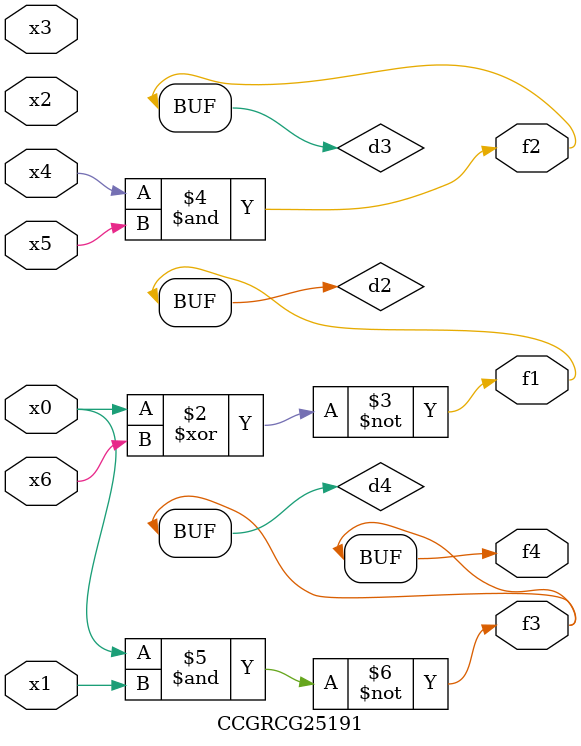
<source format=v>
module CCGRCG25191(
	input x0, x1, x2, x3, x4, x5, x6,
	output f1, f2, f3, f4
);

	wire d1, d2, d3, d4;

	nor (d1, x0);
	xnor (d2, x0, x6);
	and (d3, x4, x5);
	nand (d4, x0, x1);
	assign f1 = d2;
	assign f2 = d3;
	assign f3 = d4;
	assign f4 = d4;
endmodule

</source>
